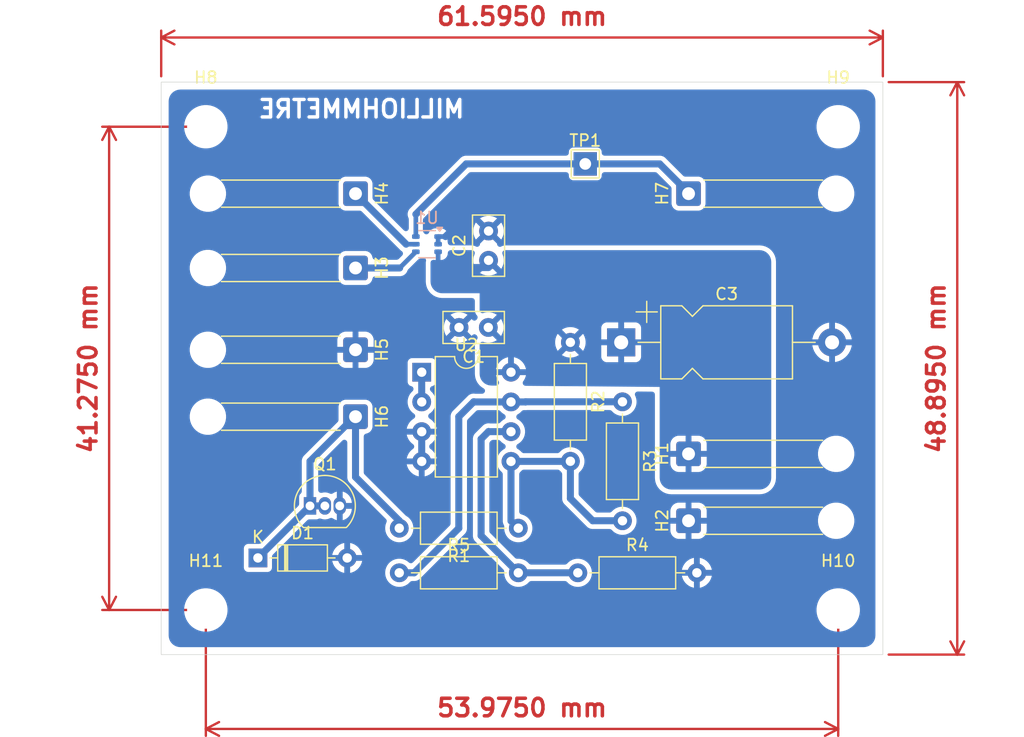
<source format=kicad_pcb>
(kicad_pcb (version 20241229) (generator "pcbnew") (generator_version "9.0")
  (layers (0 "F.Cu" signal) (2 "B.Cu" signal) (25 "Edge.Cuts" user))
  (net 0 "")
  (net 1 "+5VP")
  (net 2 "GND")
  (net 3 "Net-(D1-K)")
  (net 4 "Net-(H3-Pin_1)")
  (net 5 "Net-(H4-Pin_1)")
  (net 6 "Net-(H7-Pin_1)")
  (net 7 "Net-(R3-Pad1)")
  (net 8 "Net-(U2A--)")
  (net 9 "Net-(U2B--)")
  (net 10 "Net-(U2B-+)")
  (footprint "Connector_Wire:SolderWire-0.5sqmm_1x01_D0.9mm_OD2.1mm_Relief" (layer "F.Cu") (at 47.7 49.53 -90)
    (property "Reference" "H3" (at 0 -2.25 90) (layer "F.SilkS"))
    (property "Value" "IN+")
    (fp_line (start -1.16 1.31) (end -1.159999 11.44) (stroke (width 0.12)) (layer "F.SilkS"))
    (fp_line (start 1.16 1.31) (end 1.159999 11.44) (stroke (width 0.12)) (layer "F.SilkS"))
    (pad "" np_thru_hole circle (at 0 12.599999 270) (size 2.6 2.6) (drill 2.6) (layers "*.Cu" "*.Mask"))
    (pad "1" thru_hole roundrect (at 0 0 270) (size 2.1 2.1) (drill 1.1) (layers "*.Cu" "*.Mask") (roundrect_rratio 0.119048) (net 4 "Net-(H3-Pin_1)"))
  )
  (footprint "Resistor_THT:R_Axial_DIN0207_L6.3mm_D2.5mm_P10.16mm_Horizontal" (layer "F.Cu") (at 61.595 71.755 180)
    (property "Reference" "R1" (at 5.08 -2.370001 0) (layer "F.SilkS"))
    (property "Value" "100")
    (fp_line (start 9.12 0) (end 8.350001 0) (stroke (width 0.12)) (layer "F.SilkS"))
    (fp_line (start 8.35 1.37) (end 8.35 -1.37) (stroke (width 0.12)) (layer "F.SilkS"))
    (fp_line (start 8.35 -1.37) (end 1.81 -1.37) (stroke (width 0.12)) (layer "F.SilkS"))
    (fp_line (start 1.81 1.37) (end 8.35 1.37) (stroke (width 0.12)) (layer "F.SilkS"))
    (fp_line (start 1.81 -1.37) (end 1.81 1.37) (stroke (width 0.12)) (layer "F.SilkS"))
    (fp_line (start 1.04 0) (end 1.81 0) (stroke (width 0.12)) (layer "F.SilkS"))
    (pad "1" thru_hole circle (at 0 0 180) (size 1.6 1.6) (drill 0.8) (layers "*.Cu" "*.Mask") (net 10 "Net-(U2B-+)"))
    (pad "2" thru_hole oval (at 10.16 0 180) (size 1.6 1.6) (drill 0.8) (layers "*.Cu" "*.Mask") (net 3 "Net-(D1-K)"))
  )
  (footprint "Connector_Wire:SolderWire-0.5sqmm_1x01_D0.9mm_OD2.1mm_Relief" (layer "F.Cu") (at 76.125 43.18 90)
    (property "Reference" "H7" (at 0 -2.25 90) (layer "F.SilkS"))
    (property "Value" "VOUT")
    (fp_line (start 1.16 1.31) (end 1.159999 11.44) (stroke (width 0.12)) (layer "F.SilkS"))
    (fp_line (start -1.16 1.31) (end -1.159999 11.44) (stroke (width 0.12)) (layer "F.SilkS"))
    (pad "" np_thru_hole circle (at 0 12.599999 90) (size 2.6 2.6) (drill 2.6) (layers "*.Cu" "*.Mask"))
    (pad "1" thru_hole roundrect (at 0 0 90) (size 2.1 2.1) (drill 1.1) (layers "*.Cu" "*.Mask") (roundrect_rratio 0.119048) (net 6 "Net-(H7-Pin_1)"))
  )
  (footprint "MountingHole:MountingHole_3.2mm_M3" (layer "F.Cu") (at 88.9 78.74)
    (property "Reference" "H10" (at 0 -4.2 0) (layer "F.SilkS"))
    (property "Value" "MountingHole")
    (pad "" np_thru_hole circle (at 0 0) (size 3.2 3.2) (drill 3.2) (layers "*.Cu" "*.Mask"))
  )
  (footprint "MountingHole:MountingHole_3.2mm_M3" (layer "F.Cu") (at 88.9 37.465)
    (property "Reference" "H9" (at 0 -4.2 0) (layer "F.SilkS"))
    (property "Value" "MountingHole")
    (pad "" np_thru_hole circle (at 0 0) (size 3.2 3.2) (drill 3.2) (layers "*.Cu" "*.Mask"))
  )
  (footprint "Capacitor_THT:CP_Axial_L11.0mm_D6.0mm_P18.00mm_Horizontal" (layer "F.Cu") (at 70.375 55.88)
    (property "Reference" "C3" (at 9 -4.12 0) (layer "F.SilkS"))
    (property "Value" "47u")
    (fp_line (start 1.28 -2.6) (end 3.08 -2.6) (stroke (width 0.12)) (layer "F.SilkS"))
    (fp_line (start 1.44 0) (end 3.38 0) (stroke (width 0.12)) (layer "F.SilkS"))
    (fp_line (start 2.18 -3.5) (end 2.18 -1.7) (stroke (width 0.12)) (layer "F.SilkS"))
    (fp_line (start 3.38 -3.12) (end 3.38 3.12) (stroke (width 0.12)) (layer "F.SilkS"))
    (fp_line (start 3.38 -3.12) (end 5.18 -3.12) (stroke (width 0.12)) (layer "F.SilkS"))
    (fp_line (start 3.38 3.12) (end 5.18 3.12) (stroke (width 0.12)) (layer "F.SilkS"))
    (fp_line (start 5.18 -3.12) (end 6.08 -2.22) (stroke (width 0.12)) (layer "F.SilkS"))
    (fp_line (start 5.18 3.12) (end 6.08 2.22) (stroke (width 0.12)) (layer "F.SilkS"))
    (fp_line (start 6.08 -2.22) (end 6.98 -3.12) (stroke (width 0.12)) (layer "F.SilkS"))
    (fp_line (start 6.08 2.22) (end 6.98 3.12) (stroke (width 0.12)) (layer "F.SilkS"))
    (fp_line (start 6.98 -3.12) (end 14.62 -3.12) (stroke (width 0.12)) (layer "F.SilkS"))
    (fp_line (start 6.98 3.12) (end 14.62 3.12) (stroke (width 0.12)) (layer "F.SilkS"))
    (fp_line (start 14.62 -3.12) (end 14.62 3.12) (stroke (width 0.12)) (layer "F.SilkS"))
    (fp_line (start 16.56 0) (end 14.62 0) (stroke (width 0.12)) (layer "F.SilkS"))
    (pad "1" thru_hole rect (at 0 0) (size 2.4 2.4) (drill 1.2) (layers "*.Cu" "*.Mask") (net 1 "+5VP"))
    (pad "2" thru_hole oval (at 18 0) (size 2.4 2.4) (drill 1.2) (layers "*.Cu" "*.Mask") (net 2 "GND"))
  )
  (footprint "Connector_Wire:SolderWire-0.5sqmm_1x01_D0.9mm_OD2.1mm_Relief" (layer "F.Cu") (at 76.125 71.12 90)
    (property "Reference" "H2" (at 0 -2.25 90) (layer "F.SilkS"))
    (property "Value" "GND")
    (fp_line (start 1.16 1.31) (end 1.159999 11.44) (stroke (width 0.12)) (layer "F.SilkS"))
    (fp_line (start -1.16 1.31) (end -1.159999 11.44) (stroke (width 0.12)) (layer "F.SilkS"))
    (pad "" np_thru_hole circle (at 0 12.599999 90) (size 2.6 2.6) (drill 2.6) (layers "*.Cu" "*.Mask"))
    (pad "1" thru_hole roundrect (at 0 0 90) (size 2.1 2.1) (drill 1.1) (layers "*.Cu" "*.Mask") (roundrect_rratio 0.119048) (net 2 "GND"))
  )
  (footprint "MountingHole:MountingHole_3.2mm_M3" (layer "F.Cu") (at 34.925 37.465)
    (property "Reference" "H8" (at 0 -4.2 0) (layer "F.SilkS"))
    (property "Value" "MountingHole")
    (pad "" np_thru_hole circle (at 0 0) (size 3.2 3.2) (drill 3.2) (layers "*.Cu" "*.Mask"))
  )
  (footprint "Package_DIP:DIP-8_W7.62mm" (layer "F.Cu") (at 53.35 58.43)
    (property "Reference" "U2" (at 3.81 -2.33 0) (layer "F.SilkS"))
    (property "Value" "TLC272")
    (fp_line (start 1.16 -1.33) (end 1.16 8.95) (stroke (width 0.12)) (layer "F.SilkS"))
    (fp_line (start 1.16 8.95) (end 6.46 8.95) (stroke (width 0.12)) (layer "F.SilkS"))
    (fp_line (start 2.81 -1.33) (end 1.16 -1.33) (stroke (width 0.12)) (layer "F.SilkS"))
    (fp_line (start 6.46 -1.33) (end 4.81 -1.33) (stroke (width 0.12)) (layer "F.SilkS"))
    (fp_line (start 6.46 8.95) (end 6.46 -1.33) (stroke (width 0.12)) (layer "F.SilkS"))
    (fp_arc (start 4.81 -1.33) (mid 3.81 -0.33) (end 2.81 -1.33) (stroke (width 0.12)) (layer "F.SilkS"))
    (pad "1" thru_hole rect (at 0 0) (size 1.6 1.6) (drill 0.8) (layers "*.Cu" "*.Mask") (net 8 "Net-(U2A--)"))
    (pad "2" thru_hole oval (at 0 2.54) (size 1.6 1.6) (drill 0.8) (layers "*.Cu" "*.Mask") (net 8 "Net-(U2A--)"))
    (pad "3" thru_hole oval (at 0 5.08) (size 1.6 1.6) (drill 0.8) (layers "*.Cu" "*.Mask") (net 2 "GND"))
    (pad "4" thru_hole oval (at 0 7.62) (size 1.6 1.6) (drill 0.8) (layers "*.Cu" "*.Mask") (net 2 "GND"))
    (pad "5" thru_hole oval (at 7.62 7.62) (size 1.6 1.6) (drill 0.8) (layers "*.Cu" "*.Mask") (net 10 "Net-(U2B-+)"))
    (pad "6" thru_hole oval (at 7.62 5.08) (size 1.6 1.6) (drill 0.8) (layers "*.Cu" "*.Mask") (net 9 "Net-(U2B--)"))
    (pad "7" thru_hole oval (at 7.62 2.54) (size 1.6 1.6) (drill 0.8) (layers "*.Cu" "*.Mask") (net 7 "Net-(R3-Pad1)"))
    (pad "8" thru_hole oval (at 7.62 0) (size 1.6 1.6) (drill 0.8) (layers "*.Cu" "*.Mask") (net 1 "+5VP"))
  )
  (footprint "TestPoint:TestPoint_THTPad_2.0x2.0mm_Drill1.0mm" (layer "F.Cu") (at 67.31 40.64)
    (property "Reference" "TP1" (at 0 -1.998 0) (layer "F.SilkS"))
    (property "Value" "Probe")
    (fp_line (start -1.2 -1.2) (end 1.2 -1.2) (stroke (width 0.12)) (layer "F.SilkS"))
    (fp_line (start -1.2 1.2) (end -1.2 -1.2) (stroke (width 0.12)) (layer "F.SilkS"))
    (fp_line (start 1.2 -1.2) (end 1.2 1.2) (stroke (width 0.12)) (layer "F.SilkS"))
    (fp_line (start 1.2 1.2) (end -1.2 1.2) (stroke (width 0.12)) (layer "F.SilkS"))
    (pad "1" thru_hole rect (at 0 0) (size 2 2) (drill 1) (layers "*.Cu" "*.Mask") (net 6 "Net-(H7-Pin_1)"))
  )
  (footprint "Resistor_THT:R_Axial_DIN0207_L6.3mm_D2.5mm_P10.16mm_Horizontal" (layer "F.Cu") (at 66.04 55.88 -90)
    (property "Reference" "R2" (at 5.08 -2.370001 90) (layer "F.SilkS"))
    (property "Value" "470")
    (fp_line (start 1.81 1.37) (end 8.35 1.37) (stroke (width 0.12)) (layer "F.SilkS"))
    (fp_line (start 8.35 1.37) (end 8.35 -1.37) (stroke (width 0.12)) (layer "F.SilkS"))
    (fp_line (start 1.04 0) (end 1.81 0) (stroke (width 0.12)) (layer "F.SilkS"))
    (fp_line (start 9.12 0) (end 8.350001 0) (stroke (width 0.12)) (layer "F.SilkS"))
    (fp_line (start 1.81 -1.37) (end 1.81 1.37) (stroke (width 0.12)) (layer "F.SilkS"))
    (fp_line (start 8.35 -1.37) (end 1.81 -1.37) (stroke (width 0.12)) (layer "F.SilkS"))
    (pad "1" thru_hole circle (at 0 0 270) (size 1.6 1.6) (drill 0.8) (layers "*.Cu" "*.Mask") (net 1 "+5VP"))
    (pad "2" thru_hole oval (at 10.16 0 270) (size 1.6 1.6) (drill 0.8) (layers "*.Cu" "*.Mask") (net 10 "Net-(U2B-+)"))
  )
  (footprint "Resistor_THT:R_Axial_DIN0207_L6.3mm_D2.5mm_P10.16mm_Horizontal" (layer "F.Cu") (at 66.675 75.565)
    (property "Reference" "R4" (at 5.08 -2.37 0) (layer "F.SilkS"))
    (property "Value" "470")
    (fp_line (start 1.04 0) (end 1.81 0) (stroke (width 0.12)) (layer "F.SilkS"))
    (fp_line (start 1.81 -1.37) (end 1.81 1.37) (stroke (width 0.12)) (layer "F.SilkS"))
    (fp_line (start 1.81 1.37) (end 8.35 1.37) (stroke (width 0.12)) (layer "F.SilkS"))
    (fp_line (start 8.35 -1.37) (end 1.81 -1.37) (stroke (width 0.12)) (layer "F.SilkS"))
    (fp_line (start 8.35 1.37) (end 8.35 -1.37) (stroke (width 0.12)) (layer "F.SilkS"))
    (fp_line (start 9.12 0) (end 8.35 0) (stroke (width 0.12)) (layer "F.SilkS"))
    (pad "1" thru_hole circle (at 0 0) (size 1.6 1.6) (drill 0.8) (layers "*.Cu" "*.Mask") (net 9 "Net-(U2B--)"))
    (pad "2" thru_hole oval (at 10.16 0) (size 1.6 1.6) (drill 0.8) (layers "*.Cu" "*.Mask") (net 2 "GND"))
  )
  (footprint "MountingHole:MountingHole_3.2mm_M3" (layer "F.Cu") (at 34.925 78.74)
    (property "Reference" "H11" (at 0 -4.2 0) (layer "F.SilkS"))
    (property "Value" "MountingHole")
    (pad "" np_thru_hole circle (at 0 0) (size 3.2 3.2) (drill 3.2) (layers "*.Cu" "*.Mask"))
  )
  (footprint "Connector_Wire:SolderWire-0.5sqmm_1x01_D0.9mm_OD2.1mm_Relief" (layer "F.Cu") (at 47.7 62.23 -90)
    (property "Reference" "H6" (at 0 -2.25 90) (layer "F.SilkS"))
    (property "Value" "IC+")
    (fp_line (start -1.16 1.31) (end -1.159999 11.44) (stroke (width 0.12)) (layer "F.SilkS"))
    (fp_line (start 1.16 1.31) (end 1.159999 11.44) (stroke (width 0.12)) (layer "F.SilkS"))
    (pad "" np_thru_hole circle (at 0 12.599999 270) (size 2.6 2.6) (drill 2.6) (layers "*.Cu" "*.Mask"))
    (pad "1" thru_hole roundrect (at 0 0 270) (size 2.1 2.1) (drill 1.1) (layers "*.Cu" "*.Mask") (roundrect_rratio 0.119048) (net 3 "Net-(D1-K)"))
  )
  (footprint "Connector_Wire:SolderWire-0.5sqmm_1x01_D0.9mm_OD2.1mm_Relief" (layer "F.Cu") (at 47.7 43.18 -90)
    (property "Reference" "H4" (at 0 -2.25 90) (layer "F.SilkS"))
    (property "Value" "IN-")
    (fp_line (start -1.16 1.31) (end -1.159999 11.44) (stroke (width 0.12)) (layer "F.SilkS"))
    (fp_line (start 1.16 1.31) (end 1.159999 11.44) (stroke (width 0.12)) (layer "F.SilkS"))
    (pad "" np_thru_hole circle (at 0 12.599999 270) (size 2.6 2.6) (drill 2.6) (layers "*.Cu" "*.Mask"))
    (pad "1" thru_hole roundrect (at 0 0 270) (size 2.1 2.1) (drill 1.1) (layers "*.Cu" "*.Mask") (roundrect_rratio 0.119048) (net 5 "Net-(H4-Pin_1)"))
  )
  (footprint "Connector_Wire:SolderWire-0.5sqmm_1x01_D0.9mm_OD2.1mm_Relief" (layer "F.Cu") (at 76.125 65.405 90)
    (property "Reference" "H1" (at 0 -2.25 90) (layer "F.SilkS"))
    (property "Value" "VCC")
    (fp_line (start 1.16 1.31) (end 1.159999 11.44) (stroke (width 0.12)) (layer "F.SilkS"))
    (fp_line (start -1.16 1.31) (end -1.159999 11.44) (stroke (width 0.12)) (layer "F.SilkS"))
    (pad "" np_thru_hole circle (at 0 12.599999 90) (size 2.6 2.6) (drill 2.6) (layers "*.Cu" "*.Mask"))
    (pad "1" thru_hole roundrect (at 0 0 90) (size 2.1 2.1) (drill 1.1) (layers "*.Cu" "*.Mask") (roundrect_rratio 0.119048) (net 1 "+5VP"))
  )
  (footprint "Resistor_THT:R_Axial_DIN0207_L6.3mm_D2.5mm_P10.16mm_Horizontal" (layer "F.Cu") (at 51.435 75.565)
    (property "Reference" "R5" (at 5.08 -2.370001 0) (layer "F.SilkS"))
    (property "Value" "1k")
    (fp_line (start 1.04 0) (end 1.81 0) (stroke (width 0.12)) (layer "F.SilkS"))
    (fp_line (start 1.81 -1.37) (end 1.81 1.37) (stroke (width 0.12)) (layer "F.SilkS"))
    (fp_line (start 1.81 1.37) (end 8.35 1.37) (stroke (width 0.12)) (layer "F.SilkS"))
    (fp_line (start 8.35 -1.37) (end 1.81 -1.37) (stroke (width 0.12)) (layer "F.SilkS"))
    (fp_line (start 8.35 1.37) (end 8.35 -1.37) (stroke (width 0.12)) (layer "F.SilkS"))
    (fp_line (start 9.12 0) (end 8.350001 0) (stroke (width 0.12)) (layer "F.SilkS"))
    (pad "1" thru_hole circle (at 0 0) (size 1.6 1.6) (drill 0.8) (layers "*.Cu" "*.Mask") (net 7 "Net-(R3-Pad1)"))
    (pad "2" thru_hole oval (at 10.16 0) (size 1.6 1.6) (drill 0.8) (layers "*.Cu" "*.Mask") (net 9 "Net-(U2B--)"))
  )
  (footprint "Diode_THT:D_DO-35_SOD27_P7.62mm_Horizontal" (layer "F.Cu") (at 39.37 74.295)
    (property "Reference" "D1" (at 3.81 -2.12 0) (layer "F.SilkS"))
    (property "Value" "BA315")
    (fp_line (start 1.04 0) (end 1.69 0) (stroke (width 0.12)) (layer "F.SilkS"))
    (fp_line (start 1.69 -1.12) (end 1.69 1.12) (stroke (width 0.12)) (layer "F.SilkS"))
    (fp_line (start 1.69 1.12) (end 5.93 1.12) (stroke (width 0.12)) (layer "F.SilkS"))
    (fp_line (start 2.29 -1.12) (end 2.29 1.12) (stroke (width 0.12)) (layer "F.SilkS"))
    (fp_line (start 2.41 -1.12) (end 2.41 1.12) (stroke (width 0.12)) (layer "F.SilkS"))
    (fp_line (start 2.53 -1.12) (end 2.53 1.12) (stroke (width 0.12)) (layer "F.SilkS"))
    (fp_line (start 5.93 -1.12) (end 1.69 -1.12) (stroke (width 0.12)) (layer "F.SilkS"))
    (fp_line (start 5.93 1.12) (end 5.93 -1.12) (stroke (width 0.12)) (layer "F.SilkS"))
    (fp_line (start 6.58 0) (end 5.93 0) (stroke (width 0.12)) (layer "F.SilkS"))
    (fp_text user "K" (at 0 -1.8 0) (layer "F.SilkS"))
    (pad "1" thru_hole rect (at 0 0) (size 1.6 1.6) (drill 0.8) (layers "*.Cu" "*.Mask") (net 3 "Net-(D1-K)"))
    (pad "2" thru_hole oval (at 7.62 0) (size 1.6 1.6) (drill 0.8) (layers "*.Cu" "*.Mask") (net 2 "GND"))
  )
  (footprint "Capacitor_THT:C_Disc_D5.0mm_W2.5mm_P2.50mm" (layer "F.Cu") (at 59.055 48.875 90)
    (property "Reference" "C2" (at 1.25 -2.5 90) (layer "F.SilkS"))
    (property "Value" "100n")
    (fp_line (start 3.87 -1.37) (end 3.87 1.37) (stroke (width 0.12)) (layer "F.SilkS"))
    (fp_line (start -1.37 -1.37) (end 3.87 -1.37) (stroke (width 0.12)) (layer "F.SilkS"))
    (fp_line (start -1.37 -1.37) (end -1.37 1.37) (stroke (width 0.12)) (layer "F.SilkS"))
    (fp_line (start -1.37 1.37) (end 3.87 1.37) (stroke (width 0.12)) (layer "F.SilkS"))
    (pad "1" thru_hole circle (at 0 0 90) (size 1.6 1.6) (drill 0.8) (layers "*.Cu" "*.Mask") (net 1 "+5VP"))
    (pad "2" thru_hole circle (at 2.5 0 90) (size 1.6 1.6) (drill 0.8) (layers "*.Cu" "*.Mask") (net 2 "GND"))
  )
  (footprint "Resistor_THT:R_Axial_DIN0207_L6.3mm_D2.5mm_P10.16mm_Horizontal" (layer "F.Cu") (at 70.485 60.96 -90)
    (property "Reference" "R3" (at 5.08 -2.370001 90) (layer "F.SilkS"))
    (property "Value" "1k")
    (fp_line (start 1.81 1.37) (end 8.35 1.37) (stroke (width 0.12)) (layer "F.SilkS"))
    (fp_line (start 8.35 1.37) (end 8.35 -1.37) (stroke (width 0.12)) (layer "F.SilkS"))
    (fp_line (start 1.04 0) (end 1.81 0) (stroke (width 0.12)) (layer "F.SilkS"))
    (fp_line (start 9.12 0) (end 8.350001 0) (stroke (width 0.12)) (layer "F.SilkS"))
    (fp_line (start 1.81 -1.37) (end 1.81 1.37) (stroke (width 0.12)) (layer "F.SilkS"))
    (fp_line (start 8.35 -1.37) (end 1.81 -1.37) (stroke (width 0.12)) (layer "F.SilkS"))
    (pad "1" thru_hole circle (at 0 0 270) (size 1.6 1.6) (drill 0.8) (layers "*.Cu" "*.Mask") (net 7 "Net-(R3-Pad1)"))
    (pad "2" thru_hole oval (at 10.16 0 270) (size 1.6 1.6) (drill 0.8) (layers "*.Cu" "*.Mask") (net 10 "Net-(U2B-+)"))
  )
  (footprint "Connector_Wire:SolderWire-0.5sqmm_1x01_D0.9mm_OD2.1mm_Relief" (layer "F.Cu") (at 47.7 56.515 -90)
    (property "Reference" "H5" (at 0 -2.25 90) (layer "F.SilkS"))
    (property "Value" "IC-")
    (fp_line (start -1.16 1.31) (end -1.159999 11.44) (stroke (width 0.12)) (layer "F.SilkS"))
    (fp_line (start 1.16 1.31) (end 1.159999 11.44) (stroke (width 0.12)) (layer "F.SilkS"))
    (pad "" np_thru_hole circle (at 0 12.599999 270) (size 2.6 2.6) (drill 2.6) (layers "*.Cu" "*.Mask"))
    (pad "1" thru_hole roundrect (at 0 0 270) (size 2.1 2.1) (drill 1.1) (layers "*.Cu" "*.Mask") (roundrect_rratio 0.119048) (net 2 "GND"))
  )
  (footprint "Package_TO_SOT_THT:TO-92_Inline" (layer "F.Cu") (at 43.815 69.85)
    (property "Reference" "Q1" (at 1.27 -3.56 0) (layer "F.SilkS"))
    (property "Value" "BC548")
    (fp_line (start -0.53 1.85) (end 3.07 1.85) (stroke (width 0.12)) (layer "F.SilkS"))
    (fp_arc (start -0.568478 1.838478) (mid -1.132087 -0.994977) (end 1.27 -2.6) (stroke (width 0.12)) (layer "F.SilkS"))
    (fp_arc (start 1.27 -2.6) (mid 3.672087 -0.994977) (end 3.108478 1.838478) (stroke (width 0.12)) (layer "F.SilkS"))
    (pad "1" thru_hole rect (at 0 0) (size 1.05 1.5) (drill 0.75) (layers "*.Cu" "*.Mask") (net 3 "Net-(D1-K)"))
    (pad "2" thru_hole oval (at 1.27 0) (size 1.05 1.5) (drill 0.75) (layers "*.Cu" "*.Mask") (net 3 "Net-(D1-K)"))
    (pad "3" thru_hole oval (at 2.54 0) (size 1.05 1.5) (drill 0.75) (layers "*.Cu" "*.Mask") (net 2 "GND"))
  )
  (footprint "Capacitor_THT:C_Disc_D5.0mm_W2.5mm_P2.50mm" (layer "F.Cu") (at 59.035 54.61 180)
    (property "Reference" "C1" (at 1.25 -2.5 180) (layer "F.SilkS"))
    (property "Value" "100n")
    (fp_line (start 3.87 -1.37) (end 3.87 1.37) (stroke (width 0.12)) (layer "F.SilkS"))
    (fp_line (start -1.37 1.37) (end 3.87 1.37) (stroke (width 0.12)) (layer "F.SilkS"))
    (fp_line (start -1.37 -1.37) (end 3.87 -1.37) (stroke (width 0.12)) (layer "F.SilkS"))
    (fp_line (start -1.37 -1.37) (end -1.37 1.37) (stroke (width 0.12)) (layer "F.SilkS"))
    (pad "1" thru_hole circle (at 0 0 180) (size 1.6 1.6) (drill 0.8) (layers "*.Cu" "*.Mask") (net 1 "+5VP"))
    (pad "2" thru_hole circle (at 2.5 0 180) (size 1.6 1.6) (drill 0.8) (layers "*.Cu" "*.Mask") (net 2 "GND"))
  )
  (footprint "Package_TO_SOT_SMD:SOT-363_SC-70-6" (layer "B.Cu") (at 53.8 47.498 180)
    (property "Reference" "U1" (at 0 2.25 0) (layer "B.SilkS") (effects (justify mirror)))
    (property "Value" "INA199xxDCK")
    (fp_line (start 0.7 1.16) (end -0.71 1.16) (stroke (width 0.12)) (layer "B.SilkS"))
    (fp_line (start 0.7 -1.16) (end -0.7 -1.16) (stroke (width 0.12)) (layer "B.SilkS"))
    (fp_poly (pts (xy -1.08 1.11) (xy -1.32 1.44) (xy -0.84 1.44) (xy -1.08 1.11)) (stroke (width 0.12)) (fill yes) (layer "B.SilkS"))
    (pad "1" smd roundrect (at -0.95 0.65 180) (size 0.65 0.4) (layers "B.Cu" "B.Mask" "B.Paste") (net 2 "GND"))
    (pad "2" smd roundrect (at -0.95 0 180) (size 0.65 0.4) (layers "B.Cu" "B.Mask" "B.Paste") (net 2 "GND"))
    (pad "3" smd roundrect (at -0.95 -0.65 180) (size 0.65 0.4) (layers "B.Cu" "B.Mask" "B.Paste") (net 1 "+5VP"))
    (pad "4" smd roundrect (at 0.95 -0.65 180) (size 0.65 0.4) (layers "B.Cu" "B.Mask" "B.Paste") (net 4 "Net-(H3-Pin_1)"))
    (pad "5" smd roundrect (at 0.95 0 180) (size 0.65 0.4) (layers "B.Cu" "B.Mask" "B.Paste") (net 5 "Net-(H4-Pin_1)"))
    (pad "6" smd roundrect (at 0.95 0.65 180) (size 0.65 0.4) (layers "B.Cu" "B.Mask" "B.Paste") (net 6 "Net-(H7-Pin_1)"))
  )
  (gr_rect (start 31.115 33.655) (end 92.71 82.55) (stroke (width 0.05)) (fill no) (layer "Edge.Cuts"))
  (gr_text "MILLIOHMMETRE" (at 57.15 36.83 0) (layer "B.Cu" knockout) (effects (font (size 1.5 1.5) (thickness 0.3) (bold yes)) (justify left bottom mirror)))
  (dimension (type aligned) (layer "F.Cu") (pts (xy 92.71 33.655) (xy 92.71 82.55)) (height -6.35) (format (prefix "") (suffix "") (units 3) (units_format 1) (precision 4)) (style (thickness 0.2) (arrow_length 1.27) (text_position_mode 0) (arrow_direction outward) (extension_height 0.58642) (extension_offset 0.5) (keep_text_aligned yes)) (gr_text "48,8950 mm" (at 97.26 58.1025 90) (layer "F.Cu") (effects (font (size 1.5 1.5) (thickness 0.3)))))
  (dimension (type aligned) (layer "F.Cu") (pts (xy 34.925 37.465) (xy 34.925 78.74)) (height 8.255) (format (prefix "") (suffix "") (units 3) (units_format 1) (precision 4)) (style (thickness 0.2) (arrow_length 1.27) (text_position_mode 0) (arrow_direction outward) (extension_height 0.58642) (extension_offset 0.5) (keep_text_aligned yes)) (gr_text "41,2750 mm" (at 24.87 58.1025 90) (layer "F.Cu") (effects (font (size 1.5 1.5) (thickness 0.3)))))
  (dimension (type aligned) (layer "F.Cu") (pts (xy 31.115 33.655) (xy 92.71 33.655)) (height -3.81) (format (prefix "") (suffix "") (units 3) (units_format 1) (precision 4)) (style (thickness 0.2) (arrow_length 1.27) (text_position_mode 0) (arrow_direction outward) (extension_height 0.58642) (extension_offset 0.5) (keep_text_aligned yes)) (gr_text "61,5950 mm" (at 61.9125 28.045 0) (layer "F.Cu") (effects (font (size 1.5 1.5) (thickness 0.3)))))
  (dimension (type aligned) (layer "F.Cu") (pts (xy 34.925 78.74) (xy 88.9 78.74)) (height 10.16) (format (prefix "") (suffix "") (units 3) (units_format 1) (precision 4)) (style (thickness 0.2) (arrow_length 1.27) (text_position_mode 0) (arrow_direction outward) (extension_height 0.58642) (extension_offset 0.5) (keep_text_aligned yes)) (gr_text "53,9750 mm" (at 61.9125 87.1 0) (layer "F.Cu") (effects (font (size 1.5 1.5) (thickness 0.3)))))
  (segment (start 54.75 48.148) (end 54.75 49.289) (width 0.4) (layer "B.Cu") (net 1))
  (segment (start 55.332 49.49) (end 59.055 49.49) (width 0.6) (layer "B.Cu") (net 1))
  (segment (start 54.864 49.403) (end 55.245 49.403) (width 0.6) (layer "B.Cu") (net 1))
  (segment (start 54.75 49.289) (end 54.864 49.403) (width 0.6) (layer "B.Cu") (net 1))
  (segment (start 55.245 49.403) (end 55.332 49.49) (width 0.6) (layer "B.Cu") (net 1))
  (segment (start 54.75 46.848) (end 55.387 46.848) (width 0.4) (layer "B.Cu") (net 2))
  (segment (start 57.745 44.49) (end 59.055 44.49) (width 0.6) (layer "B.Cu") (net 2))
  (segment (start 54.75 47.498) (end 54.75 46.848) (width 0.4) (layer "B.Cu") (net 2))
  (segment (start 53.35 63.509999) (end 53.35 66.05) (width 0.6) (layer "B.Cu") (net 2))
  (segment (start 55.387 46.848) (end 57.745 44.49) (width 0.6) (layer "B.Cu") (net 2))
  (segment (start 43.815 69.85) (end 39.37 74.295) (width 0.6) (layer "B.Cu") (net 3))
  (segment (start 51.435 71.12) (end 47.7 67.385) (width 0.6) (layer "B.Cu") (net 3))
  (segment (start 47.7 67.385) (end 47.7 62.23) (width 0.6) (layer "B.Cu") (net 3))
  (segment (start 47.625 62.23) (end 43.815 66.04) (width 0.6) (layer "B.Cu") (net 3))
  (segment (start 45.085 69.85) (end 43.815 69.85) (width 0.6) (layer "B.Cu") (net 3))
  (segment (start 51.435 71.755) (end 51.435 71.12) (width 0.6) (layer "B.Cu") (net 3))
  (segment (start 47.7 62.23) (end 47.625 62.23) (width 0.6) (layer "B.Cu") (net 3))
  (segment (start 43.815 66.04) (end 43.815 69.85) (width 0.6) (layer "B.Cu") (net 3))
  (segment (start 51.468 49.53) (end 52.85 48.148) (width 0.4) (layer "B.Cu") (net 4))
  (segment (start 47.7 49.53) (end 51.468 49.53) (width 0.6) (layer "B.Cu") (net 4))
  (segment (start 52.018 47.498) (end 52.85 47.498) (width 0.4) (layer "B.Cu") (net 5))
  (segment (start 47.7 43.18) (end 52.018 47.498) (width 0.6) (layer "B.Cu") (net 5))
  (segment (start 67.31 40.64) (end 57.15 40.64) (width 0.6) (layer "B.Cu") (net 6))
  (segment (start 52.85 46.848) (end 52.85 44.94) (width 0.4) (layer "B.Cu") (net 6))
  (segment (start 73.66 40.64) (end 67.31 40.64) (width 0.6) (layer "B.Cu") (net 6))
  (segment (start 73.66 40.64) (end 76.125 43.105) (width 0.6) (layer "B.Cu") (net 6))
  (segment (start 52.85 44.94) (end 57.15 40.64) (width 0.6) (layer "B.Cu") (net 6))
  (segment (start 76.125 43.105) (end 76.125 43.18) (width 0.6) (layer "B.Cu") (net 6))
  (segment (start 57.795 60.97) (end 57.785 60.96) (width 0.6) (layer "B.Cu") (net 7))
  (segment (start 60.97 60.97) (end 62.22 60.97) (width 0.6) (layer "B.Cu") (net 7))
  (segment (start 52.705 75.565) (end 51.435 75.565) (width 0.6) (layer "B.Cu") (net 7))
  (segment (start 62.22 60.97) (end 62.23 60.96) (width 0.6) (layer "B.Cu") (net 7))
  (segment (start 56.515 71.755) (end 52.705 75.565) (width 0.6) (layer "B.Cu") (net 7))
  (segment (start 62.23 60.96) (end 70.485 60.96) (width 0.6) (layer "B.Cu") (net 7))
  (segment (start 56.515 62.23) (end 56.515 71.755) (width 0.6) (layer "B.Cu") (net 7))
  (segment (start 60.97 60.97) (end 57.795 60.97) (width 0.6) (layer "B.Cu") (net 7))
  (segment (start 57.785 60.96) (end 56.515 62.23) (width 0.6) (layer "B.Cu") (net 7))
  (segment (start 53.35 58.43) (end 53.35 60.97) (width 0.6) (layer "B.Cu") (net 8))
  (segment (start 66.675 75.565) (end 61.595 75.565) (width 0.6) (layer "B.Cu") (net 9))
  (segment (start 59.065 63.51) (end 59.055 63.5) (width 0.6) (layer "B.Cu") (net 9))
  (segment (start 60.97 63.51) (end 59.065 63.51) (width 0.6) (layer "B.Cu") (net 9))
  (segment (start 58.42 64.135) (end 58.42 72.39) (width 0.6) (layer "B.Cu") (net 9))
  (segment (start 58.42 72.39) (end 61.595 75.565) (width 0.6) (layer "B.Cu") (net 9))
  (segment (start 59.055 63.5) (end 58.42 64.135) (width 0.6) (layer "B.Cu") (net 9))
  (segment (start 66.04 69.215) (end 67.945 71.12) (width 0.6) (layer "B.Cu") (net 10))
  (segment (start 60.97 66.05) (end 66.03 66.05) (width 0.6) (layer "B.Cu") (net 10))
  (segment (start 67.945 71.12) (end 70.485 71.12) (width 0.6) (layer "B.Cu") (net 10))
  (segment (start 60.97 66.05) (end 60.97 71.13) (width 0.6) (layer "B.Cu") (net 10))
  (segment (start 66.03 66.05) (end 66.04 66.04) (width 0.6) (layer "B.Cu") (net 10))
  (segment (start 60.97 71.13) (end 61.595 71.755) (width 0.6) (layer "B.Cu") (net 10))
  (segment (start 66.04 66.04) (end 66.04 69.215) (width 0.6) (layer "B.Cu") (net 10))
  (zone (net 1) (net_name "+5VP") (layer "B.Cu") (priority 1) (connect_pads (clearance 0.4)) (min_thickness 0.5) (fill yes (thermal_gap 0.5) (thermal_bridge_width 0.5) (smoothing fillet) (radius 1))
    (polygon (pts (xy 54.102 48.006) (xy 83.185 48.006) (xy 83.185 68.453) (xy 73.66 68.453) (xy 73.66 59.69) (xy 58.293 59.563) (xy 58.293 51.689) (xy 54.102 51.689)))
  )
  (zone (net 2) (net_name "GND") (layer "B.Cu") (connect_pads (clearance 0.4)) (min_thickness 0.5) (fill yes (thermal_gap 0.5) (thermal_bridge_width 0.5) (smoothing fillet) (radius 1))
    (polygon (pts (xy 31.75 34.29) (xy 31.75 81.915) (xy 92.075 81.915) (xy 92.075 34.29)))
  )
)
</source>
